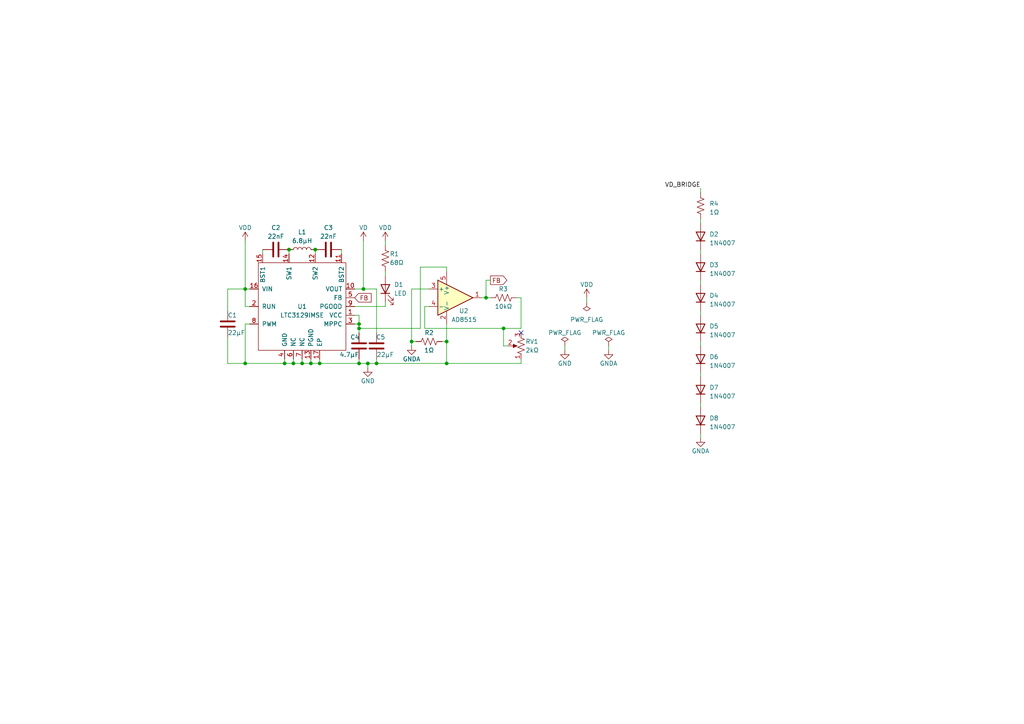
<source format=kicad_sch>
(kicad_sch (version 20230121) (generator eeschema)
  (paper "A4")
  (title_block (title "ULD Test Board") (date "2023-04-04") (rev "A"))
  (lib_symbols
    (symbol "AD8515:AD8515" (pin_names (offset 0.127))
      (property "Reference" "U" (at 0 6.35 0))
      (property "Value" "AD8515" (at 0 3.81 0))
      (symbol "AD8515_0_1"
        (polyline (pts (xy -5.08 5.08) (xy 5.08 0) (xy -5.08 -5.08) (xy -5.08 5.08)) (stroke (width 0.254)) (fill (type background)))
      )
      (symbol "AD8515_1_1"
        (pin output line (at 7.62 0 180) (length 2.54) (name "~") (number "1"))
        (pin power_in line (at -2.54 -7.62 90) (length 3.81) (name "V-") (number "2"))
        (pin input line (at -7.62 2.54 0) (length 2.54) (name "+") (number "3"))
        (pin input line (at -7.62 -2.54 0) (length 2.54) (name "-") (number "4"))
        (pin power_in line (at -2.54 7.62 270) (length 3.81) (name "V+") (number "5"))
      )
    )
    (symbol "Device:C" (pin_numbers hide) (pin_names (offset 0.254))
      (property "Reference" "C" (at 0.635 2.54 0))
      (property "Value" "C" (at 0.635 -2.54 0))
      (symbol "C_0_1"
        (polyline (pts (xy -2.032 -0.762) (xy 2.032 -0.762)) (stroke (width 0.508)))
        (polyline (pts (xy -2.032 0.762) (xy 2.032 0.762)) (stroke (width 0.508)))
      )
      (symbol "C_1_1"
        (pin passive line (at 0 3.81 270) (length 2.794) (name "~") (number "1"))
        (pin passive line (at 0 -3.81 90) (length 2.794) (name "~") (number "2"))
      )
    )
    (symbol "Device:L" (pin_numbers hide) (pin_names (offset 1.016) hide)
      (property "Reference" "L" (at -1.27 0 90))
      (property "Value" "L" (at 1.905 0 90))
      (symbol "L_0_1"
        (arc (start 0 -2.54) (mid 0.6323 -1.905) (end 0 -1.27))
        (arc (start 0 -1.27) (mid 0.6323 -0.635) (end 0 0))
        (arc (start 0 0) (mid 0.6323 0.635) (end 0 1.27))
        (arc (start 0 1.27) (mid 0.6323 1.905) (end 0 2.54))
      )
      (symbol "L_1_1"
        (pin passive line (at 0 3.81 270) (length 1.27) (name "1") (number "1"))
        (pin passive line (at 0 -3.81 90) (length 1.27) (name "2") (number "2"))
      )
    )
    (symbol "Device:LED" (pin_numbers hide) (pin_names (offset 1.016) hide)
      (property "Reference" "D" (at 0 2.54 0))
      (property "Value" "LED" (at 0 -2.54 0))
      (symbol "LED_0_1"
        (polyline (pts (xy -1.27 -1.27) (xy -1.27 1.27)) (stroke (width 0.254)))
        (polyline (pts (xy -1.27 0) (xy 1.27 0)))
        (polyline (pts (xy 1.27 -1.27) (xy 1.27 1.27) (xy -1.27 0) (xy 1.27 -1.27)) (stroke (width 0.254)))
        (polyline (pts (xy -3.048 -0.762) (xy -4.572 -2.286) (xy -3.81 -2.286) (xy -4.572 -2.286) (xy -4.572 -1.524)))
        (polyline (pts (xy -1.778 -0.762) (xy -3.302 -2.286) (xy -2.54 -2.286) (xy -3.302 -2.286) (xy -3.302 -1.524)))
      )
      (symbol "LED_1_1"
        (pin passive line (at -3.81 0 0) (length 2.54) (name "K") (number "1"))
        (pin passive line (at 3.81 0 180) (length 2.54) (name "A") (number "2"))
      )
    )
    (symbol "Device:R_Potentiometer_US" (pin_names (offset 1.016) hide)
      (property "Reference" "RV" (at -4.445 0 90))
      (property "Value" "R_Potentiometer_US" (at -2.54 0 90))
      (symbol "R_Potentiometer_US_0_1"
        (polyline (pts (xy 0 -2.286) (xy 0 -2.54)))
        (polyline (pts (xy 0 2.54) (xy 0 2.286)))
        (polyline (pts (xy 2.54 0) (xy 1.524 0)))
        (polyline (pts (xy 1.143 0) (xy 2.286 0.508) (xy 2.286 -0.508) (xy 1.143 0)) (fill (type outline)))
        (polyline (pts (xy 0 -0.762) (xy 1.016 -1.143) (xy 0 -1.524) (xy -1.016 -1.905) (xy 0 -2.286)))
        (polyline (pts (xy 0 0.762) (xy 1.016 0.381) (xy 0 0) (xy -1.016 -0.381) (xy 0 -0.762)))
        (polyline (pts (xy 0 2.286) (xy 1.016 1.905) (xy 0 1.524) (xy -1.016 1.143) (xy 0 0.762)))
      )
      (symbol "R_Potentiometer_US_1_1"
        (pin passive line (at 0 3.81 270) (length 1.27) (name "1") (number "1"))
        (pin passive line (at 3.81 0 180) (length 1.27) (name "2") (number "2"))
        (pin passive line (at 0 -3.81 90) (length 1.27) (name "3") (number "3"))
      )
    )
    (symbol "Device:R_US" (pin_numbers hide) (pin_names (offset 0))
      (property "Reference" "R" (at 2.54 0 90))
      (property "Value" "R_US" (at -2.54 0 90))
      (symbol "R_US_0_1"
        (polyline (pts (xy 0 -2.286) (xy 0 -2.54)))
        (polyline (pts (xy 0 2.286) (xy 0 2.54)))
        (polyline (pts (xy 0 -0.762) (xy 1.016 -1.143) (xy 0 -1.524) (xy -1.016 -1.905) (xy 0 -2.286)))
        (polyline (pts (xy 0 0.762) (xy 1.016 0.381) (xy 0 0) (xy -1.016 -0.381) (xy 0 -0.762)))
        (polyline (pts (xy 0 2.286) (xy 1.016 1.905) (xy 0 1.524) (xy -1.016 1.143) (xy 0 0.762)))
      )
      (symbol "R_US_1_1"
        (pin passive line (at 0 3.81 270) (length 1.27) (name "~") (number "1"))
        (pin passive line (at 0 -3.81 90) (length 1.27) (name "~") (number "2"))
      )
    )
    (symbol "Diode:1N4007" (pin_numbers hide) (pin_names hide)
      (property "Reference" "D" (at 0 2.54 0))
      (property "Value" "1N4007" (at 0 -2.54 0))
      (symbol "1N4007_0_1"
        (polyline (pts (xy -1.27 1.27) (xy -1.27 -1.27)) (stroke (width 0.254)))
        (polyline (pts (xy 1.27 0) (xy -1.27 0)))
        (polyline (pts (xy 1.27 1.27) (xy 1.27 -1.27) (xy -1.27 0) (xy 1.27 1.27)) (stroke (width 0.254)))
      )
      (symbol "1N4007_1_1"
        (pin passive line (at -3.81 0 0) (length 2.54) (name "K") (number "1"))
        (pin passive line (at 3.81 0 180) (length 2.54) (name "A") (number "2"))
      )
    )
    (symbol "LTC3129IMSE:LTC3129IMSE" (pin_names (offset 1.016))
      (property "Reference" "U" (at 0 0 0))
      (property "Value" "LTC3129IMSE" (at 0 -2.54 0))
      (symbol "LTC3129IMSE_0_1"
        (rectangle (start -12.7 12.7) (end 12.7 -12.7))
      )
      (symbol "LTC3129IMSE_1_1"
        (pin power_out line (at 15.24 -2.54 180) (length 2.54) (name "VCC") (number "1"))
        (pin power_out line (at 15.24 5.08 180) (length 2.54) (name "VOUT") (number "10"))
        (pin bidirectional line (at 11.43 15.24 270) (length 2.54) (name "BST2") (number "11"))
        (pin bidirectional line (at 3.81 15.24 270) (length 2.54) (name "SW2") (number "12"))
        (pin power_in line (at 2.54 -15.24 90) (length 2.54) (name "PGND") (number "13"))
        (pin bidirectional line (at -3.81 15.24 270) (length 2.54) (name "SW1") (number "14"))
        (pin bidirectional line (at -11.43 15.24 270) (length 2.54) (name "BST1") (number "15"))
        (pin power_in line (at -15.24 5.08 0) (length 2.54) (name "VIN") (number "16"))
        (pin power_in line (at 5.08 -15.24 90) (length 2.54) (name "EP") (number "17"))
        (pin input line (at -15.24 0 0) (length 2.54) (name "RUN") (number "2"))
        (pin input line (at 15.24 -5.08 180) (length 2.54) (name "MPPC") (number "3"))
        (pin power_in line (at -5.08 -15.24 90) (length 2.54) (name "GND") (number "4"))
        (pin input line (at 15.24 2.54 180) (length 2.54) (name "FB") (number "5"))
        (pin power_in line (at -2.54 -15.24 90) (length 2.54) (name "NC") (number "6"))
        (pin power_in line (at 0 -15.24 90) (length 2.54) (name "NC") (number "7"))
        (pin input line (at -15.24 -5.08 0) (length 2.54) (name "PWM") (number "8"))
        (pin output line (at 15.24 0 180) (length 2.54) (name "PGOOD") (number "9"))
      )
    )
    (symbol "power:GND" (power) (pin_names (offset 0))
      (property "Value" "GND" (at 0 -3.81 0))
      (symbol "GND_0_1"
        (polyline (pts (xy 0 0) (xy 0 -1.27) (xy 1.27 -1.27) (xy 0 -2.54) (xy -1.27 -1.27) (xy 0 -1.27)))
      )
      (symbol "GND_1_1"
        (pin power_in line (at 0 0 270) (length 0) hide (name "GND") (number "1"))
      )
    )
    (symbol "power:GNDA" (power) (pin_names (offset 0))
      (property "Value" "GNDA" (at 0 -3.81 0))
      (symbol "GNDA_0_1"
        (polyline (pts (xy 0 0) (xy 0 -1.27) (xy 1.27 -1.27) (xy 0 -2.54) (xy -1.27 -1.27) (xy 0 -1.27)))
      )
      (symbol "GNDA_1_1"
        (pin power_in line (at 0 0 270) (length 0) hide (name "GNDA") (number "1"))
      )
    )
    (symbol "power:PWR_FLAG" (power) (pin_numbers hide) (pin_names (offset 0) hide)
      (property "Value" "PWR_FLAG" (at 0 3.81 0))
      (symbol "PWR_FLAG_0_0"
        (pin power_out line (at 0 0 90) (length 0) (name "pwr") (number "1"))
      )
      (symbol "PWR_FLAG_0_1"
        (polyline (pts (xy 0 0) (xy 0 1.27) (xy -1.016 1.905) (xy 0 2.54) (xy 1.016 1.905) (xy 0 1.27)))
      )
    )
    (symbol "power:VD" (power) (pin_names (offset 0))
      (property "Value" "VD" (at 0 3.81 0))
      (symbol "VD_0_1"
        (polyline (pts (xy -0.762 1.27) (xy 0 2.54)))
        (polyline (pts (xy 0 0) (xy 0 2.54)))
        (polyline (pts (xy 0 2.54) (xy 0.762 1.27)))
      )
      (symbol "VD_1_1"
        (pin power_in line (at 0 0 90) (length 0) hide (name "VD") (number "1"))
      )
    )
    (symbol "power:VDD" (power) (pin_names (offset 0))
      (property "Value" "VDD" (at 0 3.81 0))
      (symbol "VDD_0_1"
        (polyline (pts (xy -0.762 1.27) (xy 0 2.54)))
        (polyline (pts (xy 0 0) (xy 0 2.54)))
        (polyline (pts (xy 0 2.54) (xy 0.762 1.27)))
      )
      (symbol "VDD_1_1"
        (pin power_in line (at 0 0 90) (length 0) hide (name "VDD") (number "1"))
      )
    )
  )
  (junction (at 92.71 105.41))
  (junction (at 90.17 105.41))
  (junction (at 119.38 99.06))
  (junction (at 85.09 105.41))
  (junction (at 146.05 95.25))
  (junction (at 129.54 105.41))
  (junction (at 87.63 105.41))
  (junction (at 82.55 105.41))
  (junction (at 71.12 105.41))
  (junction (at 129.54 99.06))
  (junction (at 140.97 86.36))
  (junction (at 71.12 83.82))
  (junction (at 104.14 95.25))
  (junction (at 105.41 83.82))
  (junction (at 104.14 105.41))
  (junction (at 104.14 93.98))
  (junction (at 109.22 105.41))
  (junction (at 83.82 72.39))
  (junction (at 106.68 105.41))
  (junction (at 91.44 72.39))
  (no_connect (at 151.13 96.52))
  (wire (pts (xy 66.04 83.82) (xy 71.12 83.82)))
  (wire (pts (xy 142.24 81.28) (xy 140.97 81.28)))
  (wire (pts (xy 72.39 88.9) (xy 71.12 88.9)))
  (wire (pts (xy 99.06 72.39) (xy 99.06 73.66)))
  (wire (pts (xy 71.12 83.82) (xy 72.39 83.82)))
  (wire (pts (xy 105.41 69.85) (xy 105.41 83.82)))
  (wire (pts (xy 121.92 77.47) (xy 129.54 77.47)))
  (wire (pts (xy 123.19 88.9) (xy 124.46 88.9)))
  (wire (pts (xy 203.2 63.5) (xy 203.2 64.77)))
  (wire (pts (xy 176.53 100.33) (xy 176.53 101.6)))
  (wire (pts (xy 105.41 83.82) (xy 102.87 83.82)))
  (wire (pts (xy 104.14 105.41) (xy 92.71 105.41)))
  (wire (pts (xy 111.76 88.9) (xy 111.76 87.63)))
  (wire (pts (xy 146.05 95.25) (xy 146.05 100.33)))
  (wire (pts (xy 163.83 100.33) (xy 163.83 101.6)))
  (wire (pts (xy 83.82 72.39) (xy 83.82 73.66)))
  (wire (pts (xy 82.55 104.14) (xy 82.55 105.41)))
  (wire (pts (xy 129.54 93.98) (xy 129.54 99.06)))
  (wire (pts (xy 129.54 77.47) (xy 129.54 78.74)))
  (wire (pts (xy 111.76 78.74) (xy 111.76 80.01)))
  (wire (pts (xy 203.2 81.28) (xy 203.2 82.55)))
  (wire (pts (xy 85.09 105.41) (xy 85.09 104.14)))
  (wire (pts (xy 104.14 105.41) (xy 106.68 105.41)))
  (wire (pts (xy 71.12 105.41) (xy 82.55 105.41)))
  (wire (pts (xy 109.22 96.52) (xy 109.22 83.82)))
  (wire (pts (xy 87.63 104.14) (xy 87.63 105.41)))
  (wire (pts (xy 102.87 91.44) (xy 104.14 91.44)))
  (wire (pts (xy 151.13 86.36) (xy 151.13 95.25)))
  (wire (pts (xy 66.04 105.41) (xy 71.12 105.41)))
  (wire (pts (xy 66.04 97.79) (xy 66.04 105.41)))
  (wire (pts (xy 146.05 95.25) (xy 123.19 95.25)))
  (wire (pts (xy 124.46 83.82) (xy 119.38 83.82)))
  (wire (pts (xy 104.14 95.25) (xy 104.14 96.52)))
  (wire (pts (xy 119.38 99.06) (xy 119.38 100.33)))
  (wire (pts (xy 104.14 104.14) (xy 104.14 105.41)))
  (wire (pts (xy 170.18 86.36) (xy 170.18 87.63)))
  (wire (pts (xy 102.87 88.9) (xy 111.76 88.9)))
  (wire (pts (xy 106.68 105.41) (xy 106.68 106.68)))
  (wire (pts (xy 151.13 95.25) (xy 146.05 95.25)))
  (wire (pts (xy 85.09 105.41) (xy 87.63 105.41)))
  (wire (pts (xy 71.12 69.85) (xy 71.12 83.82)))
  (wire (pts (xy 106.68 105.41) (xy 109.22 105.41)))
  (wire (pts (xy 140.97 86.36) (xy 142.24 86.36)))
  (wire (pts (xy 109.22 104.14) (xy 109.22 105.41)))
  (wire (pts (xy 102.87 93.98) (xy 104.14 93.98)))
  (wire (pts (xy 71.12 83.82) (xy 71.12 88.9)))
  (wire (pts (xy 76.2 72.39) (xy 76.2 73.66)))
  (wire (pts (xy 111.76 69.85) (xy 111.76 71.12)))
  (wire (pts (xy 151.13 104.14) (xy 151.13 105.41)))
  (wire (pts (xy 203.2 125.73) (xy 203.2 127)))
  (wire (pts (xy 82.55 105.41) (xy 85.09 105.41)))
  (wire (pts (xy 90.17 105.41) (xy 87.63 105.41)))
  (wire (pts (xy 121.92 95.25) (xy 121.92 77.47)))
  (wire (pts (xy 90.17 104.14) (xy 90.17 105.41)))
  (wire (pts (xy 147.32 100.33) (xy 146.05 100.33)))
  (wire (pts (xy 104.14 95.25) (xy 121.92 95.25)))
  (wire (pts (xy 109.22 83.82) (xy 105.41 83.82)))
  (wire (pts (xy 104.14 93.98) (xy 104.14 95.25)))
  (wire (pts (xy 140.97 81.28) (xy 140.97 86.36)))
  (wire (pts (xy 92.71 104.14) (xy 92.71 105.41)))
  (wire (pts (xy 104.14 91.44) (xy 104.14 93.98)))
  (wire (pts (xy 72.39 93.98) (xy 71.12 93.98)))
  (wire (pts (xy 128.27 99.06) (xy 129.54 99.06)))
  (wire (pts (xy 109.22 105.41) (xy 129.54 105.41)))
  (wire (pts (xy 203.2 72.39) (xy 203.2 73.66)))
  (wire (pts (xy 66.04 90.17) (xy 66.04 83.82)))
  (wire (pts (xy 149.86 86.36) (xy 151.13 86.36)))
  (wire (pts (xy 139.7 86.36) (xy 140.97 86.36)))
  (wire (pts (xy 71.12 93.98) (xy 71.12 105.41)))
  (wire (pts (xy 119.38 83.82) (xy 119.38 99.06)))
  (wire (pts (xy 129.54 105.41) (xy 151.13 105.41)))
  (wire (pts (xy 203.2 107.95) (xy 203.2 109.22)))
  (wire (pts (xy 91.44 72.39) (xy 91.44 73.66)))
  (wire (pts (xy 129.54 99.06) (xy 129.54 105.41)))
  (wire (pts (xy 203.2 116.84) (xy 203.2 118.11)))
  (wire (pts (xy 203.2 99.06) (xy 203.2 100.33)))
  (wire (pts (xy 123.19 95.25) (xy 123.19 88.9)))
  (wire (pts (xy 203.2 90.17) (xy 203.2 91.44)))
  (wire (pts (xy 120.65 99.06) (xy 119.38 99.06)))
  (wire (pts (xy 92.71 105.41) (xy 90.17 105.41)))
  (wire (pts (xy 203.2 54.61) (xy 203.2 55.88)))
  (label "VD_BRIDGE" (at 203.2 54.61 180))
  (global_label "FB" (shape output) (at 142.24 81.28 0) (property "Intersheetrefs" "${INTERSHEET_REFS}" (effects hide)))
  (global_label "FB" (shape input) (at 102.87 86.36 0) (property "Intersheetrefs" "${INTERSHEET_REFS}" (effects hide)))
  (symbol (lib_id "Device:R_US") (at 146.05 86.36 270) (unit 1)
    (property "Reference" "R3" (at 147.32 83.82 90) (effects (justify right)))
    (property "Value" "10kΩ" (at 148.59 88.9 90) (effects (justify right)))
    (property "Footprint" "Resistor_SMD:R_0805_2012Metric_Pad1.20x1.40mm_HandSolder" (effects hide))
  )
  (symbol (lib_id "power:VDD") (at 170.18 86.36 0) (unit 1)
    (property "Reference" "#PWR07" (effects hide))
    (property "Value" "VDD" (at 170.18 82.55 0))
  )
  (symbol (lib_id "AD8515:AD8515") (at 132.08 86.36 0) (unit 1)
    (property "Reference" "U2" (at 135.89 90.17 0) (effects (justify right)))
    (property "Value" "AD8515" (at 134.62 92.71 0))
    (property "Footprint" "Package_TO_SOT_SMD:SOT-23-5_HandSoldering" (effects hide))
  )
  (symbol (lib_id "Diode:1N4007") (at 203.2 104.14 90) (unit 1)
    (property "Reference" "D6" (at 205.74 103.505 90) (effects (justify right)))
    (property "Value" "1N4007" (at 205.74 106.045 90) (effects (justify right)))
    (property "Footprint" "Diode_SMD:D_SOD-123F" (effects hide))
    (property "Datasheet" "http://www.vishay.com/docs/88503/1n4001.pdf" (effects hide))
    (property "Sim.Device" "D" (effects hide))
    (property "Sim.Pins" "1=K 2=A" (effects hide))
  )
  (symbol (lib_id "Diode:1N4007") (at 203.2 68.58 90) (unit 1)
    (property "Reference" "D2" (at 205.74 67.945 90) (effects (justify right)))
    (property "Value" "1N4007" (at 205.74 70.485 90) (effects (justify right)))
    (property "Footprint" "Diode_SMD:D_SOD-123F" (effects hide))
    (property "Datasheet" "http://www.vishay.com/docs/88503/1n4001.pdf" (effects hide))
    (property "Sim.Device" "D" (effects hide))
    (property "Sim.Pins" "1=K 2=A" (effects hide))
  )
  (symbol (lib_id "power:GNDA") (at 203.2 127 0) (unit 1)
    (property "Reference" "#PWR09" (effects hide))
    (property "Value" "GNDA" (at 203.2 130.81 0))
  )
  (symbol (lib_id "Device:R_US") (at 124.46 99.06 90) (unit 1)
    (property "Reference" "R2" (at 124.46 96.52 90))
    (property "Value" "1Ω" (at 124.46 101.6 90))
    (property "Footprint" "Resistor_SMD:R_1210_3225Metric_Pad1.30x2.65mm_HandSolder" (effects hide))
  )
  (symbol (lib_id "power:GND") (at 106.68 106.68 0) (unit 1)
    (property "Reference" "#PWR03" (effects hide))
    (property "Value" "GND" (at 106.68 110.49 0))
  )
  (symbol (lib_id "Diode:1N4007") (at 203.2 113.03 90) (unit 1)
    (property "Reference" "D7" (at 205.74 112.395 90) (effects (justify right)))
    (property "Value" "1N4007" (at 205.74 114.935 90) (effects (justify right)))
    (property "Footprint" "Diode_SMD:D_SOD-123F" (effects hide))
    (property "Datasheet" "http://www.vishay.com/docs/88503/1n4001.pdf" (effects hide))
    (property "Sim.Device" "D" (effects hide))
    (property "Sim.Pins" "1=K 2=A" (effects hide))
  )
  (symbol (lib_id "power:PWR_FLAG") (at 163.83 100.33 0) (unit 1)
    (property "Reference" "#FLG01" (effects hide))
    (property "Value" "PWR_FLAG" (at 163.83 96.52 0))
  )
  (symbol (lib_id "Device:C") (at 66.04 93.98 0) (unit 1)
    (property "Reference" "C1" (at 66.04 91.44 0) (effects (justify left)))
    (property "Value" "22µF" (at 66.04 96.52 0) (effects (justify left)))
    (property "Footprint" "Capacitor_SMD:C_1210_3225Metric_Pad1.33x2.70mm_HandSolder" (effects hide))
  )
  (symbol (lib_id "Diode:1N4007") (at 203.2 121.92 90) (unit 1)
    (property "Reference" "D8" (at 205.74 121.285 90) (effects (justify right)))
    (property "Value" "1N4007" (at 205.74 123.825 90) (effects (justify right)))
    (property "Footprint" "Diode_SMD:D_SOD-123F" (effects hide))
    (property "Datasheet" "http://www.vishay.com/docs/88503/1n4001.pdf" (effects hide))
    (property "Sim.Device" "D" (effects hide))
    (property "Sim.Pins" "1=K 2=A" (effects hide))
  )
  (symbol (lib_id "Device:C") (at 95.25 72.39 90) (unit 1)
    (property "Reference" "C3" (at 95.25 66.04 90))
    (property "Value" "22nF" (at 95.25 68.58 90))
    (property "Footprint" "Capacitor_SMD:C_0805_2012Metric_Pad1.18x1.45mm_HandSolder" (effects hide))
  )
  (symbol (lib_id "LTC3129IMSE:LTC3129IMSE") (at 87.63 88.9 0) (unit 1)
    (property "Reference" "U1" (at 87.63 88.9 0))
    (property "Value" "LTC3129IMSE" (at 87.63 91.44 0))
    (property "Footprint" "Package_SO:MSOP-16-1EP_3x4.039mm_P0.5mm_EP1.651x2.845mm" (effects hide))
  )
  (symbol (lib_id "Diode:1N4007") (at 203.2 86.36 90) (unit 1)
    (property "Reference" "D4" (at 205.74 85.725 90) (effects (justify right)))
    (property "Value" "1N4007" (at 205.74 88.265 90) (effects (justify right)))
    (property "Footprint" "Diode_SMD:D_SOD-123F" (effects hide))
    (property "Datasheet" "http://www.vishay.com/docs/88503/1n4001.pdf" (effects hide))
    (property "Sim.Device" "D" (effects hide))
    (property "Sim.Pins" "1=K 2=A" (effects hide))
  )
  (symbol (lib_id "Device:LED") (at 111.76 83.82 90) (unit 1)
    (property "Reference" "D1" (at 114.3 82.55 90) (effects (justify right)))
    (property "Value" "LED" (at 114.3 85.09 90) (effects (justify right)))
    (property "Footprint" "LED_SMD:LED_0805_2012Metric_Pad1.15x1.40mm_HandSolder" (effects hide))
  )
  (symbol (lib_id "power:GNDA") (at 176.53 101.6 0) (unit 1)
    (property "Reference" "#PWR08" (effects hide))
    (property "Value" "GNDA" (at 176.53 105.41 0))
  )
  (symbol (lib_id "power:GNDA") (at 119.38 100.33 0) (unit 1)
    (property "Reference" "#PWR05" (effects hide))
    (property "Value" "GNDA" (at 119.38 104.14 0))
  )
  (symbol (lib_id "Device:R_US") (at 111.76 74.93 0) (unit 1)
    (property "Reference" "R1" (at 113.03 73.66 0) (effects (justify left)))
    (property "Value" "68Ω" (at 113.03 76.2 0) (effects (justify left)))
    (property "Footprint" "Resistor_SMD:R_0805_2012Metric_Pad1.20x1.40mm_HandSolder" (effects hide))
  )
  (symbol (lib_id "power:PWR_FLAG") (at 170.18 87.63 180) (unit 1)
    (property "Reference" "#FLG02" (effects hide))
    (property "Value" "PWR_FLAG" (at 170.18 92.71 0))
  )
  (symbol (lib_id "Diode:1N4007") (at 203.2 77.47 90) (unit 1)
    (property "Reference" "D3" (at 205.74 76.835 90) (effects (justify right)))
    (property "Value" "1N4007" (at 205.74 79.375 90) (effects (justify right)))
    (property "Footprint" "Diode_SMD:D_SOD-123F" (effects hide))
    (property "Datasheet" "http://www.vishay.com/docs/88503/1n4001.pdf" (effects hide))
    (property "Sim.Device" "D" (effects hide))
    (property "Sim.Pins" "1=K 2=A" (effects hide))
  )
  (symbol (lib_id "power:VDD") (at 71.12 69.85 0) (unit 1)
    (property "Reference" "#PWR01" (effects hide))
    (property "Value" "VDD" (at 71.12 66.04 0))
  )
  (symbol (lib_id "power:GND") (at 163.83 101.6 0) (unit 1)
    (property "Reference" "#PWR06" (effects hide))
    (property "Value" "GND" (at 163.83 105.41 0))
  )
  (symbol (lib_id "Device:L") (at 87.63 72.39 90) (unit 1)
    (property "Reference" "L1" (at 87.63 67.31 90))
    (property "Value" "6.8µH" (at 87.63 69.85 90))
    (property "Footprint" "Inductor_SMD:L_Taiyo-Yuden_MD-4040" (effects hide))
  )
  (symbol (lib_id "Device:C") (at 80.01 72.39 90) (unit 1)
    (property "Reference" "C2" (at 80.01 66.04 90))
    (property "Value" "22nF" (at 80.01 68.58 90))
    (property "Footprint" "Capacitor_SMD:C_0805_2012Metric_Pad1.18x1.45mm_HandSolder" (effects hide))
  )
  (symbol (lib_id "Device:C") (at 104.14 100.33 0) (unit 1)
    (property "Reference" "C4" (at 101.6 97.79 0) (effects (justify left)))
    (property "Value" "4.7µF" (at 104.14 102.87 0) (effects (justify right)))
    (property "Footprint" "Capacitor_SMD:C_1210_3225Metric_Pad1.33x2.70mm_HandSolder" (effects hide))
  )
  (symbol (lib_id "power:VD") (at 105.41 69.85 0) (unit 1)
    (property "Reference" "#PWR02" (effects hide))
    (property "Value" "VD" (at 105.41 66.04 0))
  )
  (symbol (lib_id "Device:C") (at 109.22 100.33 180) (unit 1)
    (property "Reference" "C5" (at 111.76 97.79 0) (effects (justify left)))
    (property "Value" "22µF" (at 109.22 102.87 0) (effects (justify right)))
    (property "Footprint" "Capacitor_SMD:C_1210_3225Metric_Pad1.33x2.70mm_HandSolder" (effects hide))
  )
  (symbol (lib_id "power:PWR_FLAG") (at 176.53 100.33 0) (unit 1)
    (property "Reference" "#FLG03" (effects hide))
    (property "Value" "PWR_FLAG" (at 176.53 96.52 0))
  )
  (symbol (lib_id "Diode:1N4007") (at 203.2 95.25 90) (unit 1)
    (property "Reference" "D5" (at 205.74 94.615 90) (effects (justify right)))
    (property "Value" "1N4007" (at 205.74 97.155 90) (effects (justify right)))
    (property "Footprint" "Diode_SMD:D_SOD-123F" (effects hide))
    (property "Datasheet" "http://www.vishay.com/docs/88503/1n4001.pdf" (effects hide))
    (property "Sim.Device" "D" (effects hide))
    (property "Sim.Pins" "1=K 2=A" (effects hide))
  )
  (symbol (lib_id "Device:R_US") (at 203.2 59.69 0) (unit 1)
    (property "Reference" "R4" (at 205.74 59.055 0) (effects (justify left)))
    (property "Value" "1Ω" (at 205.74 61.595 0) (effects (justify left)))
    (property "Footprint" "Resistor_SMD:R_1210_3225Metric_Pad1.30x2.65mm_HandSolder" (effects hide))
  )
  (symbol (lib_id "Device:R_Potentiometer_US") (at 151.13 100.33 180) (unit 1)
    (property "Reference" "RV1" (at 152.4 99.06 0) (effects (justify right)))
    (property "Value" "2kΩ" (at 152.4 101.6 0) (effects (justify right)))
    (property "Footprint" "Potentiometer_SMD:Potentiometer_Bourns_TC33X_Vertical" (effects hide))
  )
  (symbol (lib_id "power:VDD") (at 111.76 69.85 0) (unit 1)
    (property "Reference" "#PWR04" (effects hide))
    (property "Value" "VDD" (at 111.76 66.04 0))
  )
)
</source>
